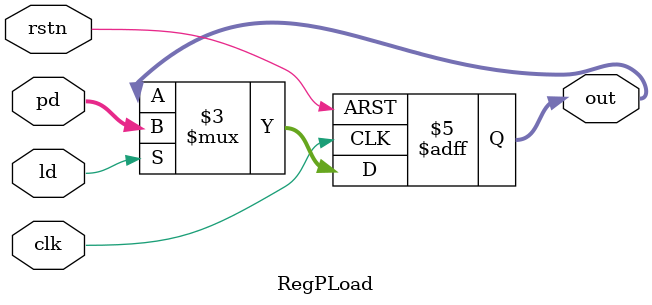
<source format=sv>
`timescale 1ns / 1ps

module RegPLoad #(parameter N=8) (  
    input clk,             // Declare input for clock to all flops in the shift register
    input [N-1:0] pd,      // Declare input for parallel input data
    input ld,              // Declare input to load pd vector
    input rstn,            // Declare input to reset the register to a default value
    output reg [N-1:0] out // Declare output to read out the current value of all flops in this register
  );


  // This always block will "always" be triggered on the rising edge of clock
  // Once it enters the block, it will first check to see if reset is 0 and if yes then reset register
  // If no, then check to see if the shift register is enabled
  // If no => maintain previous output. If yes, then shift based on the requested direction
  always_ff @ (posedge clk or negedge rstn)
  begin
    if (!rstn)
      out <= 0;
    else 
    begin
      if (ld)
        out <= pd;
    end
  end
endmodule


</source>
